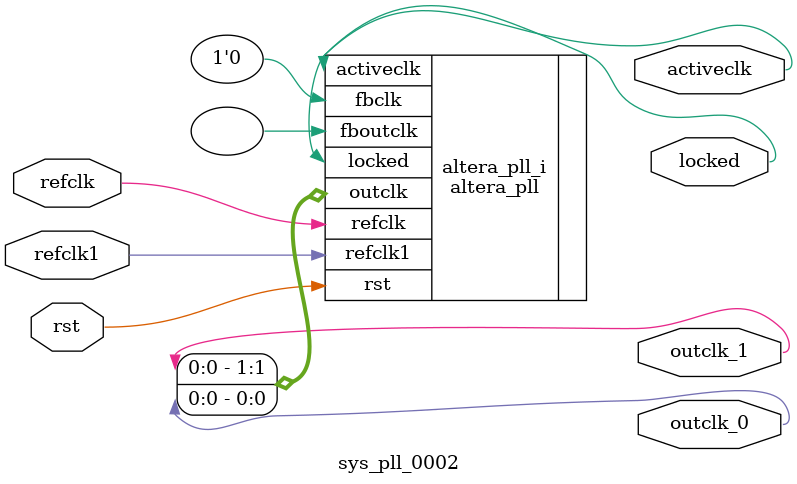
<source format=v>
`timescale 1ns/10ps
module  sys_pll_0002(

	// interface 'refclk'
	input wire refclk,

	// interface 'reset'
	input wire rst,

	// interface 'outclk0'
	output wire outclk_0,

	// interface 'outclk1'
	output wire outclk_1,

	// interface 'locked'
	output wire locked,

	// interface 'refclk1'
	input wire refclk1,

	// interface 'activeclk'
	output wire activeclk
);

	altera_pll #(
		.fractional_vco_multiplier("false"),
		.reference_clock_frequency("50.0 MHz"),
		.pll_fractional_cout(32),
		.pll_dsm_out_sel("1st_order"),
		.operation_mode("direct"),
		.number_of_clocks(2),
		.output_clock_frequency0("100.000000 MHz"),
		.phase_shift0("0 ps"),
		.duty_cycle0(50),
		.output_clock_frequency1("1.000000 MHz"),
		.phase_shift1("0 ps"),
		.duty_cycle1(50),
		.output_clock_frequency2("0 MHz"),
		.phase_shift2("0 ps"),
		.duty_cycle2(50),
		.output_clock_frequency3("0 MHz"),
		.phase_shift3("0 ps"),
		.duty_cycle3(50),
		.output_clock_frequency4("0 MHz"),
		.phase_shift4("0 ps"),
		.duty_cycle4(50),
		.output_clock_frequency5("0 MHz"),
		.phase_shift5("0 ps"),
		.duty_cycle5(50),
		.output_clock_frequency6("0 MHz"),
		.phase_shift6("0 ps"),
		.duty_cycle6(50),
		.output_clock_frequency7("0 MHz"),
		.phase_shift7("0 ps"),
		.duty_cycle7(50),
		.output_clock_frequency8("0 MHz"),
		.phase_shift8("0 ps"),
		.duty_cycle8(50),
		.output_clock_frequency9("0 MHz"),
		.phase_shift9("0 ps"),
		.duty_cycle9(50),
		.output_clock_frequency10("0 MHz"),
		.phase_shift10("0 ps"),
		.duty_cycle10(50),
		.output_clock_frequency11("0 MHz"),
		.phase_shift11("0 ps"),
		.duty_cycle11(50),
		.output_clock_frequency12("0 MHz"),
		.phase_shift12("0 ps"),
		.duty_cycle12(50),
		.output_clock_frequency13("0 MHz"),
		.phase_shift13("0 ps"),
		.duty_cycle13(50),
		.output_clock_frequency14("0 MHz"),
		.phase_shift14("0 ps"),
		.duty_cycle14(50),
		.output_clock_frequency15("0 MHz"),
		.phase_shift15("0 ps"),
		.duty_cycle15(50),
		.output_clock_frequency16("0 MHz"),
		.phase_shift16("0 ps"),
		.duty_cycle16(50),
		.output_clock_frequency17("0 MHz"),
		.phase_shift17("0 ps"),
		.duty_cycle17(50),
		.pll_type("Cyclone V"),
		.pll_subtype("General"),
		.m_cnt_hi_div(3),
		.m_cnt_lo_div(3),
		.n_cnt_hi_div(256),
		.n_cnt_lo_div(256),
		.m_cnt_bypass_en("false"),
		.n_cnt_bypass_en("true"),
		.m_cnt_odd_div_duty_en("false"),
		.n_cnt_odd_div_duty_en("false"),
		.c_cnt_hi_div0(2),
		.c_cnt_lo_div0(1),
		.c_cnt_prst0(1),
		.c_cnt_ph_mux_prst0(0),
		.c_cnt_in_src0("ph_mux_clk"),
		.c_cnt_bypass_en0("false"),
		.c_cnt_odd_div_duty_en0("true"),
		.c_cnt_hi_div1(150),
		.c_cnt_lo_div1(150),
		.c_cnt_prst1(1),
		.c_cnt_ph_mux_prst1(0),
		.c_cnt_in_src1("ph_mux_clk"),
		.c_cnt_bypass_en1("false"),
		.c_cnt_odd_div_duty_en1("false"),
		.c_cnt_hi_div2(1),
		.c_cnt_lo_div2(1),
		.c_cnt_prst2(1),
		.c_cnt_ph_mux_prst2(0),
		.c_cnt_in_src2("ph_mux_clk"),
		.c_cnt_bypass_en2("true"),
		.c_cnt_odd_div_duty_en2("false"),
		.c_cnt_hi_div3(1),
		.c_cnt_lo_div3(1),
		.c_cnt_prst3(1),
		.c_cnt_ph_mux_prst3(0),
		.c_cnt_in_src3("ph_mux_clk"),
		.c_cnt_bypass_en3("true"),
		.c_cnt_odd_div_duty_en3("false"),
		.c_cnt_hi_div4(1),
		.c_cnt_lo_div4(1),
		.c_cnt_prst4(1),
		.c_cnt_ph_mux_prst4(0),
		.c_cnt_in_src4("ph_mux_clk"),
		.c_cnt_bypass_en4("true"),
		.c_cnt_odd_div_duty_en4("false"),
		.c_cnt_hi_div5(1),
		.c_cnt_lo_div5(1),
		.c_cnt_prst5(1),
		.c_cnt_ph_mux_prst5(0),
		.c_cnt_in_src5("ph_mux_clk"),
		.c_cnt_bypass_en5("true"),
		.c_cnt_odd_div_duty_en5("false"),
		.c_cnt_hi_div6(1),
		.c_cnt_lo_div6(1),
		.c_cnt_prst6(1),
		.c_cnt_ph_mux_prst6(0),
		.c_cnt_in_src6("ph_mux_clk"),
		.c_cnt_bypass_en6("true"),
		.c_cnt_odd_div_duty_en6("false"),
		.c_cnt_hi_div7(1),
		.c_cnt_lo_div7(1),
		.c_cnt_prst7(1),
		.c_cnt_ph_mux_prst7(0),
		.c_cnt_in_src7("ph_mux_clk"),
		.c_cnt_bypass_en7("true"),
		.c_cnt_odd_div_duty_en7("false"),
		.c_cnt_hi_div8(1),
		.c_cnt_lo_div8(1),
		.c_cnt_prst8(1),
		.c_cnt_ph_mux_prst8(0),
		.c_cnt_in_src8("ph_mux_clk"),
		.c_cnt_bypass_en8("true"),
		.c_cnt_odd_div_duty_en8("false"),
		.c_cnt_hi_div9(1),
		.c_cnt_lo_div9(1),
		.c_cnt_prst9(1),
		.c_cnt_ph_mux_prst9(0),
		.c_cnt_in_src9("ph_mux_clk"),
		.c_cnt_bypass_en9("true"),
		.c_cnt_odd_div_duty_en9("false"),
		.c_cnt_hi_div10(1),
		.c_cnt_lo_div10(1),
		.c_cnt_prst10(1),
		.c_cnt_ph_mux_prst10(0),
		.c_cnt_in_src10("ph_mux_clk"),
		.c_cnt_bypass_en10("true"),
		.c_cnt_odd_div_duty_en10("false"),
		.c_cnt_hi_div11(1),
		.c_cnt_lo_div11(1),
		.c_cnt_prst11(1),
		.c_cnt_ph_mux_prst11(0),
		.c_cnt_in_src11("ph_mux_clk"),
		.c_cnt_bypass_en11("true"),
		.c_cnt_odd_div_duty_en11("false"),
		.c_cnt_hi_div12(1),
		.c_cnt_lo_div12(1),
		.c_cnt_prst12(1),
		.c_cnt_ph_mux_prst12(0),
		.c_cnt_in_src12("ph_mux_clk"),
		.c_cnt_bypass_en12("true"),
		.c_cnt_odd_div_duty_en12("false"),
		.c_cnt_hi_div13(1),
		.c_cnt_lo_div13(1),
		.c_cnt_prst13(1),
		.c_cnt_ph_mux_prst13(0),
		.c_cnt_in_src13("ph_mux_clk"),
		.c_cnt_bypass_en13("true"),
		.c_cnt_odd_div_duty_en13("false"),
		.c_cnt_hi_div14(1),
		.c_cnt_lo_div14(1),
		.c_cnt_prst14(1),
		.c_cnt_ph_mux_prst14(0),
		.c_cnt_in_src14("ph_mux_clk"),
		.c_cnt_bypass_en14("true"),
		.c_cnt_odd_div_duty_en14("false"),
		.c_cnt_hi_div15(1),
		.c_cnt_lo_div15(1),
		.c_cnt_prst15(1),
		.c_cnt_ph_mux_prst15(0),
		.c_cnt_in_src15("ph_mux_clk"),
		.c_cnt_bypass_en15("true"),
		.c_cnt_odd_div_duty_en15("false"),
		.c_cnt_hi_div16(1),
		.c_cnt_lo_div16(1),
		.c_cnt_prst16(1),
		.c_cnt_ph_mux_prst16(0),
		.c_cnt_in_src16("ph_mux_clk"),
		.c_cnt_bypass_en16("true"),
		.c_cnt_odd_div_duty_en16("false"),
		.c_cnt_hi_div17(1),
		.c_cnt_lo_div17(1),
		.c_cnt_prst17(1),
		.c_cnt_ph_mux_prst17(0),
		.c_cnt_in_src17("ph_mux_clk"),
		.c_cnt_bypass_en17("true"),
		.c_cnt_odd_div_duty_en17("false"),
		.pll_vco_div(2),
		.pll_cp_current(30),
		.pll_bwctrl(2000),
		.pll_output_clk_frequency("300.0 MHz"),
		.pll_fractional_division("1"),
		.mimic_fbclk_type("none"),
		.pll_fbclk_mux_1("glb"),
		.pll_fbclk_mux_2("m_cnt"),
		.pll_m_cnt_in_src("ph_mux_clk"),
		.pll_slf_rst("false"),
		.refclk1_frequency("50.0 MHz"),
		.pll_clk_loss_sw_en("true"),
		.pll_manu_clk_sw_en("false"),
		.pll_auto_clk_sw_en("true"),
		.pll_clkin_1_src("clk_1"),
		.pll_clk_sw_dly(0)
	) altera_pll_i (
		.refclk1	(refclk1),
		.rst	(rst),
		.outclk	({outclk_1, outclk_0}),
		.locked	(locked),
		.activeclk	(activeclk),
		.fboutclk	( ),
		.fbclk	(1'b0),
		.refclk	(refclk)
	);
endmodule


</source>
